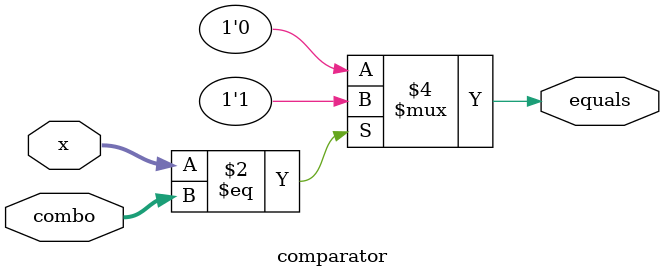
<source format=v>
module comparator(x, combo, equals);
	input [3:0] x, combo;
	output reg equals;
	
	always @(x, combo)
	begin
		if (x == combo)
			equals = 1;
		else
			equals = 0;
	end
endmodule
</source>
